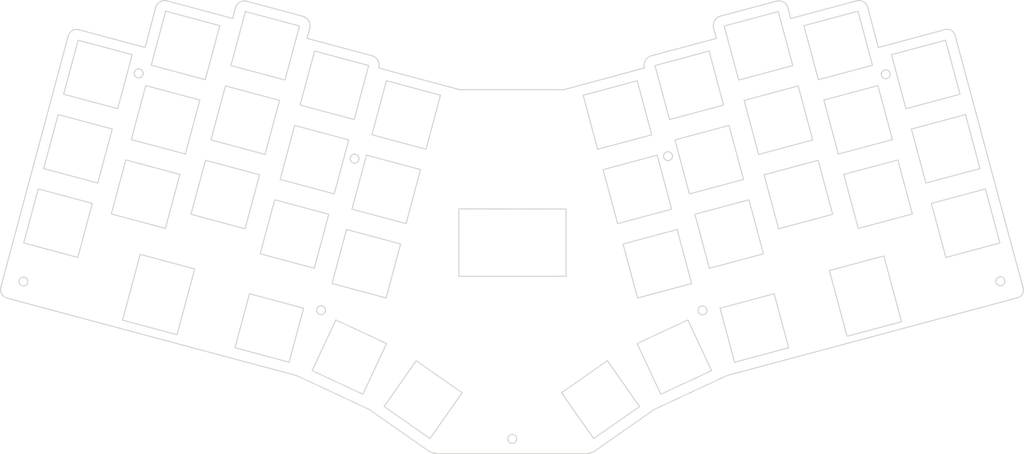
<source format=kicad_pcb>
(kicad_pcb (version 20171130) (host pcbnew "(5.1.10)-1")

  (general
    (thickness 1.6)
    (drawings 270)
    (tracks 0)
    (zones 0)
    (modules 0)
    (nets 1)
  )

  (page A4)
  (layers
    (0 F.Cu signal)
    (31 B.Cu signal)
    (32 B.Adhes user)
    (33 F.Adhes user)
    (34 B.Paste user)
    (35 F.Paste user)
    (36 B.SilkS user)
    (37 F.SilkS user)
    (38 B.Mask user)
    (39 F.Mask user)
    (40 Dwgs.User user)
    (41 Cmts.User user)
    (42 Eco1.User user)
    (43 Eco2.User user)
    (44 Edge.Cuts user)
    (45 Margin user)
    (46 B.CrtYd user)
    (47 F.CrtYd user)
    (48 B.Fab user)
    (49 F.Fab user)
  )

  (setup
    (last_trace_width 0.254)
    (trace_clearance 0.2)
    (zone_clearance 0.508)
    (zone_45_only no)
    (trace_min 0.2)
    (via_size 0.8)
    (via_drill 0.4)
    (via_min_size 0.4)
    (via_min_drill 0.3)
    (uvia_size 0.3)
    (uvia_drill 0.1)
    (uvias_allowed no)
    (uvia_min_size 0.2)
    (uvia_min_drill 0.1)
    (edge_width 0.05)
    (segment_width 0.2)
    (pcb_text_width 0.3)
    (pcb_text_size 1.5 1.5)
    (mod_edge_width 0.12)
    (mod_text_size 1 1)
    (mod_text_width 0.15)
    (pad_size 1.524 1.524)
    (pad_drill 0.762)
    (pad_to_mask_clearance 0)
    (aux_axis_origin 0 0)
    (visible_elements 7FFFFFFF)
    (pcbplotparams
      (layerselection 0x010fc_ffffffff)
      (usegerberextensions false)
      (usegerberattributes true)
      (usegerberadvancedattributes true)
      (creategerberjobfile true)
      (excludeedgelayer true)
      (linewidth 0.100000)
      (plotframeref false)
      (viasonmask false)
      (mode 1)
      (useauxorigin false)
      (hpglpennumber 1)
      (hpglpenspeed 20)
      (hpglpendiameter 15.000000)
      (psnegative false)
      (psa4output false)
      (plotreference true)
      (plotvalue true)
      (plotinvisibletext false)
      (padsonsilk false)
      (subtractmaskfromsilk false)
      (outputformat 1)
      (mirror false)
      (drillshape 0)
      (scaleselection 1)
      (outputdirectory "gerbers/"))
  )

  (net 0 "")

  (net_class Default "This is the default net class."
    (clearance 0.2)
    (trace_width 0.254)
    (via_dia 0.8)
    (via_drill 0.4)
    (uvia_dia 0.3)
    (uvia_drill 0.1)
  )

  (net_class Power ""
    (clearance 0.2)
    (trace_width 0.381)
    (via_dia 0.8)
    (via_drill 0.4)
    (uvia_dia 0.3)
    (uvia_drill 0.1)
  )

  (gr_line (start 260.580019 68.746635) (end 264.151259 82.076555) (layer Edge.Cuts) (width 0.25))
  (gr_line (start 202.28702 71.426335) (end 205.85826 84.756255) (layer Edge.Cuts) (width 0.25))
  (gr_line (start 234.07512 43.237415) (end 237.64636 56.567335) (layer Edge.Cuts) (width 0.25))
  (gr_line (start 50.25024 72.317875) (end 46.67646 85.645255) (layer Edge.Cuts) (width 0.25))
  (gr_line (start 33.34654 82.074015) (end 46.67646 85.645255) (layer Edge.Cuts) (width 0.25))
  (gr_line (start 109.34588 92.086695) (end 122.6758 95.657935) (layer Edge.Cuts) (width 0.25))
  (gr_line (start 250.82134 85.647795) (end 247.2501 72.317875) (layer Edge.Cuts) (width 0.25))
  (gr_line (start 209.58698 78.578975) (end 222.9169 75.007735) (layer Edge.Cuts) (width 0.25))
  (gr_line (start 219.34566 61.677815) (end 222.9169 75.007735) (layer Edge.Cuts) (width 0.25))
  (gr_line (start 91.4846 65.249055) (end 78.15468 61.675275) (layer Edge.Cuts) (width 0.25))
  (gr_line (start 50.0191 93.270335) (end 63.34648 96.841575) (layer Edge.Cuts) (width 0.25))
  (gr_line (start 192.52834 88.327495) (end 188.9571 74.997575) (layer Edge.Cuts) (width 0.25))
  (gr_line (start 224.31644 60.138575) (end 237.64636 56.567335) (layer Edge.Cuts) (width 0.25))
  (gr_line (start 219.34566 61.677815) (end 206.01574 65.251595) (layer Edge.Cuts) (width 0.25))
  (gr_line (start 224.31644 60.138575) (end 220.7452 46.808655) (layer Edge.Cuts) (width 0.25))
  (gr_line (start 255.66258 50.395135) (end 242.33266 53.966375) (layer Edge.Cuts) (width 0.25))
  (gr_line (start 245.9039 67.296295) (end 259.233819 63.725055) (layer Edge.Cuts) (width 0.25))
  (gr_line (start 50.25024 72.317875) (end 36.92032 68.744095) (layer Edge.Cuts) (width 0.25))
  (gr_line (start 202.28702 71.426335) (end 188.9571 74.997575) (layer Edge.Cuts) (width 0.25))
  (gr_line (start 238.99256 61.591455) (end 225.66264 65.162695) (layer Edge.Cuts) (width 0.25))
  (gr_line (start 250.82134 85.647795) (end 264.151259 82.076555) (layer Edge.Cuts) (width 0.25))
  (gr_line (start 50.0191 93.270335) (end 53.59034 79.940415) (layer Edge.Cuts) (width 0.25))
  (gr_line (start 54.93654 74.918835) (end 58.50778 61.588915) (layer Edge.Cuts) (width 0.25))
  (gr_line (start 126.24704 82.328015) (end 112.91712 78.756775) (layer Edge.Cuts) (width 0.25))
  (gr_line (start 229.23388 78.492615) (end 225.66264 65.162695) (layer Edge.Cuts) (width 0.25))
  (gr_line (start 45.3328 90.669375) (end 41.75902 103.999295) (layer Edge.Cuts) (width 0.25))
  (gr_line (start 174.822 95.660475) (end 188.15192 92.089235) (layer Edge.Cuts) (width 0.25))
  (gr_line (start 245.9039 67.296295) (end 242.33266 53.966375) (layer Edge.Cuts) (width 0.25))
  (gr_line (start 109.34588 92.086695) (end 112.91712 78.756775) (layer Edge.Cuts) (width 0.25))
  (gr_line (start 255.66258 50.395135) (end 259.233819 63.725055) (layer Edge.Cuts) (width 0.25))
  (gr_line (start 54.93654 74.918835) (end 68.26646 78.490075) (layer Edge.Cuts) (width 0.25))
  (gr_line (start 33.34654 82.074015) (end 36.92032 68.744095) (layer Edge.Cuts) (width 0.25))
  (gr_line (start 184.58068 78.759315) (end 188.15192 92.089235) (layer Edge.Cuts) (width 0.25))
  (gr_line (start 238.99256 61.591455) (end 242.5638 74.921375) (layer Edge.Cuts) (width 0.25))
  (gr_line (start 45.3328 90.669375) (end 32.00288 87.098135) (layer Edge.Cuts) (width 0.25))
  (gr_line (start 71.8377 65.160155) (end 58.50778 61.588915) (layer Edge.Cuts) (width 0.25))
  (gr_line (start 260.580019 68.746635) (end 247.2501 72.317875) (layer Edge.Cuts) (width 0.25))
  (gr_line (start 74.5809 75.005195) (end 78.15468 61.675275) (layer Edge.Cuts) (width 0.25))
  (gr_line (start 28.4291 100.428055) (end 41.75902 103.999295) (layer Edge.Cuts) (width 0.25))
  (gr_line (start 86.56716 83.600555) (end 73.23724 80.029315) (layer Edge.Cuts) (width 0.25))
  (gr_line (start 28.4291 100.428055) (end 32.00288 87.098135) (layer Edge.Cuts) (width 0.25))
  (gr_line (start 66.92026 83.511655) (end 53.59034 79.940415) (layer Edge.Cuts) (width 0.25))
  (gr_line (start 71.8377 65.160155) (end 68.26646 78.490075) (layer Edge.Cuts) (width 0.25))
  (gr_line (start 74.5809 75.005195) (end 87.91082 78.578975) (layer Edge.Cuts) (width 0.25))
  (gr_line (start 66.92026 83.511655) (end 63.34648 96.841575) (layer Edge.Cuts) (width 0.25))
  (gr_line (start 91.4846 65.249055) (end 87.91082 78.578975) (layer Edge.Cuts) (width 0.25))
  (gr_line (start 126.24704 82.328015) (end 122.6758 95.657935) (layer Edge.Cuts) (width 0.25))
  (gr_line (start 184.58068 78.759315) (end 171.25076 82.330555) (layer Edge.Cuts) (width 0.25))
  (gr_line (start 209.58698 78.578975) (end 206.01574 65.251595) (layer Edge.Cuts) (width 0.25))
  (gr_line (start 174.822 95.660475) (end 171.25076 82.330555) (layer Edge.Cuts) (width 0.25))
  (gr_line (start 229.23388 78.492615) (end 242.5638 74.921375) (layer Edge.Cuts) (width 0.25))
  (gr_line (start 192.52834 88.327495) (end 205.85826 84.756255) (layer Edge.Cuts) (width 0.25))
  (gr_line (start 91.63954 84.753715) (end 95.21332 71.423795) (layer Edge.Cuts) (width 0.25))
  (gr_line (start 192.13972 119.424715) (end 179.63276 125.256555) (layer Edge.Cuts) (width 0.25))
  (gr_line (start 185.46714 137.763515) (end 197.9741 131.931675) (layer Edge.Cuts) (width 0.25))
  (gr_line (start 197.36958 53.072295) (end 184.03966 56.646075) (layer Edge.Cuts) (width 0.25))
  (gr_line (start 108.54324 74.995035) (end 95.21332 71.423795) (layer Edge.Cuts) (width 0.25))
  (gr_line (start 99.52624 131.929135) (end 112.0332 137.760975) (layer Edge.Cuts) (width 0.25))
  (gr_line (start 91.63954 84.753715) (end 104.96946 88.324955) (layer Edge.Cuts) (width 0.25))
  (gr_line (start 117.86504 125.254015) (end 112.0332 137.760975) (layer Edge.Cuts) (width 0.25))
  (gr_line (start 113.46068 56.643535) (end 100.13076 53.069755) (layer Edge.Cuts) (width 0.25))
  (gr_line (start 187.6109 69.973455) (end 200.94082 66.402215) (layer Edge.Cuts) (width 0.25))
  (gr_line (start 121.3296 100.679515) (end 107.99968 97.108275) (layer Edge.Cuts) (width 0.25))
  (gr_line (start 172.31248 129.483115) (end 161.00694 137.400295) (layer Edge.Cuts) (width 0.25))
  (gr_line (start 197.36958 53.072295) (end 200.94082 66.402215) (layer Edge.Cuts) (width 0.25))
  (gr_line (start 69.663459 93.359235) (end 82.99338 96.930475) (layer Edge.Cuts) (width 0.25))
  (gr_line (start 234.15132 96.844115) (end 230.58008 83.514195) (layer Edge.Cuts) (width 0.25))
  (gr_line (start 243.91 79.942955) (end 247.48124 93.272875) (layer Edge.Cuts) (width 0.25))
  (gr_line (start 117.27322 140.786115) (end 128.57622 148.700755) (layer Edge.Cuts) (width 0.25))
  (gr_line (start 69.663459 93.359235) (end 73.23724 80.029315) (layer Edge.Cuts) (width 0.25))
  (gr_line (start 117.27322 140.786115) (end 125.18786 129.480575) (layer Edge.Cuts) (width 0.25))
  (gr_line (start 86.56716 83.600555) (end 82.99338 96.930475) (layer Edge.Cuts) (width 0.25))
  (gr_line (start 104.42844 110.438195) (end 117.75836 114.009435) (layer Edge.Cuts) (width 0.25))
  (gr_line (start 203.65862 129.861575) (end 200.08738 116.531655) (layer Edge.Cuts) (width 0.25))
  (gr_line (start 104.42844 110.438195) (end 107.99968 97.108275) (layer Edge.Cuts) (width 0.25))
  (gr_line (start 121.3296 100.679515) (end 117.75836 114.009435) (layer Edge.Cuts) (width 0.25))
  (gr_line (start 224.2631 80.031855) (end 227.83434 93.361775) (layer Edge.Cuts) (width 0.25))
  (gr_line (start 136.490859 137.397755) (end 125.18786 129.480575) (layer Edge.Cuts) (width 0.25))
  (gr_line (start 265.497459 87.100675) (end 252.16754 90.671915) (layer Edge.Cuts) (width 0.25))
  (gr_line (start 168.92158 148.703295) (end 180.22712 140.788655) (layer Edge.Cuts) (width 0.25))
  (gr_line (start 189.49812 97.110815) (end 176.1682 100.682055) (layer Edge.Cuts) (width 0.25))
  (gr_line (start 255.73878 104.001835) (end 252.16754 90.671915) (layer Edge.Cuts) (width 0.25))
  (gr_line (start 179.74198 114.011975) (end 193.06936 110.440735) (layer Edge.Cuts) (width 0.25))
  (gr_line (start 179.74198 114.011975) (end 176.1682 100.682055) (layer Edge.Cuts) (width 0.25))
  (gr_line (start 197.44578 106.678995) (end 193.87454 93.349075) (layer Edge.Cuts) (width 0.25))
  (gr_line (start 224.2631 80.031855) (end 210.93318 83.603095) (layer Edge.Cuts) (width 0.25))
  (gr_line (start 96.55698 66.399675) (end 109.8869 69.973455) (layer Edge.Cuts) (width 0.25))
  (gr_line (start 99.52624 131.929135) (end 105.35808 119.422175) (layer Edge.Cuts) (width 0.25))
  (gr_line (start 234.15132 96.844115) (end 247.48124 93.272875) (layer Edge.Cuts) (width 0.25))
  (gr_line (start 113.46068 56.643535) (end 109.8869 69.973455) (layer Edge.Cuts) (width 0.25))
  (gr_line (start 185.46714 137.763515) (end 179.63276 125.256555) (layer Edge.Cuts) (width 0.25))
  (gr_line (start 213.4173 112.960415) (end 216.98854 126.290335) (layer Edge.Cuts) (width 0.25))
  (gr_line (start 189.49812 97.110815) (end 193.06936 110.440735) (layer Edge.Cuts) (width 0.25))
  (gr_line (start 265.497459 87.100675) (end 269.0687 100.430595) (layer Edge.Cuts) (width 0.25))
  (gr_line (start 207.20446 89.777835) (end 193.87454 93.349075) (layer Edge.Cuts) (width 0.25))
  (gr_line (start 214.50442 96.933015) (end 227.83434 93.361775) (layer Edge.Cuts) (width 0.25))
  (gr_line (start 108.54324 74.995035) (end 104.96946 88.324955) (layer Edge.Cuts) (width 0.25))
  (gr_line (start 213.4173 112.960415) (end 200.08738 116.531655) (layer Edge.Cuts) (width 0.25))
  (gr_line (start 203.65862 129.861575) (end 216.98854 126.290335) (layer Edge.Cuts) (width 0.25))
  (gr_line (start 214.50442 96.933015) (end 210.93318 83.603095) (layer Edge.Cuts) (width 0.25))
  (gr_line (start 243.91 79.942955) (end 230.58008 83.514195) (layer Edge.Cuts) (width 0.25))
  (gr_line (start 103.6258 93.349075) (end 90.29588 89.775295) (layer Edge.Cuts) (width 0.25))
  (gr_line (start 197.44578 106.678995) (end 210.7757 103.107755) (layer Edge.Cuts) (width 0.25))
  (gr_line (start 207.20446 89.777835) (end 210.7757 103.107755) (layer Edge.Cuts) (width 0.25))
  (gr_line (start 255.73878 104.001835) (end 269.0687 100.430595) (layer Edge.Cuts) (width 0.25))
  (gr_line (start 187.6109 69.973455) (end 184.03966 56.646075) (layer Edge.Cuts) (width 0.25))
  (gr_line (start 192.13972 119.424715) (end 197.9741 131.931675) (layer Edge.Cuts) (width 0.25))
  (gr_line (start 97.41296 116.529115) (end 84.08304 112.957875) (layer Edge.Cuts) (width 0.25))
  (gr_line (start 97.41296 116.529115) (end 93.84172 129.859035) (layer Edge.Cuts) (width 0.25))
  (gr_line (start 80.5118 126.287795) (end 93.84172 129.859035) (layer Edge.Cuts) (width 0.25))
  (gr_line (start 80.5118 126.287795) (end 84.08304 112.957875) (layer Edge.Cuts) (width 0.25))
  (gr_line (start 136.490859 137.397755) (end 128.57622 148.700755) (layer Edge.Cuts) (width 0.25))
  (gr_line (start 168.92158 148.703295) (end 161.00694 137.400295) (layer Edge.Cuts) (width 0.25))
  (gr_line (start 172.31248 129.483115) (end 180.22712 140.788655) (layer Edge.Cuts) (width 0.25))
  (gr_line (start 96.55698 66.399675) (end 100.13076 53.069755) (layer Edge.Cuts) (width 0.25))
  (gr_line (start 117.86504 125.254015) (end 105.35808 119.422175) (layer Edge.Cuts) (width 0.25))
  (gr_line (start 103.6258 93.349075) (end 100.05202 106.676455) (layer Edge.Cuts) (width 0.25))
  (gr_line (start 52.79024 119.478055) (end 57.13872 103.249995) (layer Edge.Cuts) (width 0.25))
  (gr_line (start 70.56516 106.846634) (end 57.13872 103.249995) (layer Edge.Cuts) (width 0.25))
  (gr_line (start 66.21668 123.074695) (end 70.56516 106.846634) (layer Edge.Cuts) (width 0.25))
  (gr_line (start 231.38272 123.460775) (end 227.03424 107.232715) (layer Edge.Cuts) (width 0.25))
  (gr_line (start 244.80916 119.864135) (end 231.38272 123.460775) (layer Edge.Cuts) (width 0.25))
  (gr_line (start 244.80916 119.864135) (end 240.46068 103.636075) (layer Edge.Cuts) (width 0.25))
  (gr_line (start 162.12454 108.652575) (end 135.68568 108.665275) (layer Edge.Cuts) (width 0.25))
  (gr_line (start 135.68568 92.028275) (end 135.68568 108.665275) (layer Edge.Cuts) (width 0.25))
  (gr_line (start 86.7221 103.105215) (end 90.29588 89.775295) (layer Edge.Cuts) (width 0.25))
  (gr_line (start 66.21668 123.074695) (end 52.79024 119.478055) (layer Edge.Cuts) (width 0.25))
  (gr_line (start 162.12454 92.053675) (end 162.12454 108.652575) (layer Edge.Cuts) (width 0.25))
  (gr_line (start 240.46068 103.636075) (end 227.03424 107.232715) (layer Edge.Cuts) (width 0.25))
  (gr_line (start 135.68568 92.028275) (end 162.12454 92.053675) (layer Edge.Cuts) (width 0.25))
  (gr_line (start 86.7221 103.105215) (end 100.05202 106.676455) (layer Edge.Cuts) (width 0.25))
  (gr_curve (pts (xy 97.166184 44.468403) (xy 97.805999 44.639815) (xy 98.350705 45.059959) (xy 98.678989 45.635264)) (layer Edge.Cuts) (width 0.25))
  (gr_line (start 98.91395 47.531297) (end 98.24354 49.935395) (layer Edge.Cuts) (width 0.25))
  (gr_line (start 98.24354 49.935395) (end 114.229457 54.218164) (layer Edge.Cuts) (width 0.25))
  (gr_line (start 79.9403 45.030655) (end 80.611147 42.419831) (layer Edge.Cuts) (width 0.25))
  (gr_curve (pts (xy 114.229457 54.218164) (xy 114.865805 54.388648) (xy 115.406766 54.808059) (xy 115.730414 55.381867)) (layer Edge.Cuts) (width 0.25))
  (gr_curve (pts (xy 98.678989 45.635264) (xy 99.007273 46.21057) (xy 99.091874 46.893261) (xy 98.91395 47.531297)) (layer Edge.Cuts) (width 0.25))
  (gr_line (start 63.721204 40.684814) (end 79.9403 45.030655) (layer Edge.Cuts) (width 0.25))
  (gr_curve (pts (xy 115.730414 55.381867) (xy 116.054061 55.955676) (xy 116.133159 56.635593) (xy 115.94988 57.268375)) (layer Edge.Cuts) (width 0.25))
  (gr_line (start 115.94988 57.268375) (end 135.817763 62.589675) (layer Edge.Cuts) (width 0.25))
  (gr_curve (pts (xy 81.670145 41.017407) (xy 82.196209 40.710051) (xy 82.823338 40.625827) (xy 83.411855 40.783496)) (layer Edge.Cuts) (width 0.25))
  (gr_line (start 83.411855 40.783496) (end 97.166184 44.468403) (layer Edge.Cuts) (width 0.25))
  (gr_line (start 216.823059 42.432479) (end 217.501625 45.033195) (layer Edge.Cuts) (width 0.25))
  (gr_curve (pts (xy 239.900005 58.390016) (xy 239.729859 58.800785) (xy 239.823908 59.273601) (xy 240.138297 59.58799)) (layer Edge.Cuts) (width 0.25))
  (gr_curve (pts (xy 233.779174 40.671692) (xy 234.341257 40.521085) (xy 234.940176 40.600531) (xy 235.443555 40.892471)) (layer Edge.Cuts) (width 0.25))
  (gr_line (start 200.229087 44.432687) (end 213.944271 40.757761) (layer Edge.Cuts) (width 0.25))
  (gr_curve (pts (xy 198.730241 45.590367) (xy 199.054966 45.019587) (xy 199.594776 44.602648) (xy 200.229087 44.432687)) (layer Edge.Cuts) (width 0.25))
  (gr_curve (pts (xy 181.461563 57.225193) (xy 181.285889 56.60296) (xy 181.366869 55.93628) (xy 181.686399 55.374198)) (layer Edge.Cuts) (width 0.25))
  (gr_line (start 240.915599 57.711418) (end 240.915599 57.711418) (layer Edge.Cuts) (width 0.25))
  (gr_line (start 195.765829 115.97137) (end 195.765829 115.97137) (layer Edge.Cuts) (width 0.25))
  (gr_curve (pts (xy 240.138297 59.58799) (xy 240.452686 59.90238) (xy 240.925502 59.996429) (xy 241.336272 59.826282)) (layer Edge.Cuts) (width 0.25))
  (gr_line (start 135.817763 62.589675) (end 161.616543 62.594755) (layer Edge.Cuts) (width 0.25))
  (gr_curve (pts (xy 80.611147 42.419831) (xy 80.762773 41.829728) (xy 81.144081 41.324764) (xy 81.670145 41.017407)) (layer Edge.Cuts) (width 0.25))
  (gr_line (start 113.58768 141.509914) (end 95.66798 133.153314) (layer Edge.Cuts) (width 0.25))
  (gr_line (start 201.771405 133.155958) (end 183.854243 141.512558) (layer Edge.Cuts) (width 0.25))
  (gr_line (start 269.18554 108.781394) (end 269.18554 108.781394) (layer Edge.Cuts) (width 0.25))
  (gr_line (start 183.161887 54.234168) (end 199.195843 49.937935) (layer Edge.Cuts) (width 0.25))
  (gr_curve (pts (xy 241.692901 58.033387) (xy 241.486748 57.827233) (xy 241.207144 57.711418) (xy 240.915599 57.711418)) (layer Edge.Cuts) (width 0.25))
  (gr_line (start 22.778641 111.36213) (end 25.08646 102.754698) (layer Edge.Cuts) (width 0.25))
  (gr_curve (pts (xy 22.997365 113.024704) (xy 22.706834 112.521457) (xy 22.628155 111.923396) (xy 22.778641 111.36213)) (layer Edge.Cuts) (width 0.25))
  (gr_curve (pts (xy 169.469318 151.584813) (xy 168.674712 152.141193) (xy 167.728154 152.439602) (xy 166.758125 152.439536)) (layer Edge.Cuts) (width 0.25))
  (gr_curve (pts (xy 215.732123 40.996131) (xy 216.272546 41.310519) (xy 216.665215 41.827515) (xy 216.823059 42.432479)) (layer Edge.Cuts) (width 0.25))
  (gr_curve (pts (xy 149.935036 148.780765) (xy 149.935036 148.48922) (xy 149.819221 148.209617) (xy 149.613067 148.003463)) (layer Edge.Cuts) (width 0.25))
  (gr_curve (pts (xy 242.01487 58.810689) (xy 242.01487 58.519144) (xy 241.899054 58.23954) (xy 241.692901 58.033387)) (layer Edge.Cuts) (width 0.25))
  (gr_curve (pts (xy 269.962842 109.103363) (xy 269.756689 108.89721) (xy 269.477084 108.781394) (xy 269.18554 108.781394)) (layer Edge.Cuts) (width 0.25))
  (gr_line (start 58.35284 52.185835) (end 60.964758 42.283442) (layer Edge.Cuts) (width 0.25))
  (gr_line (start 42.033688 47.81379) (end 58.35284 52.185835) (layer Edge.Cuts) (width 0.25))
  (gr_curve (pts (xy 62.01098 40.911673) (xy 62.528223 40.611693) (xy 63.14364 40.530059) (xy 63.721204 40.684814)) (layer Edge.Cuts) (width 0.25))
  (gr_curve (pts (xy 60.964758 42.283442) (xy 61.117258 41.705279) (xy 61.493736 41.211654) (xy 62.01098 40.911673)) (layer Edge.Cuts) (width 0.25))
  (gr_curve (pts (xy 149.256438 149.796359) (xy 149.667208 149.626213) (xy 149.935036 149.225379) (xy 149.935036 148.780765)) (layer Edge.Cuts) (width 0.25))
  (gr_line (start 36.356437 60.664355) (end 39.392182 49.338776) (layer Edge.Cuts) (width 0.25))
  (gr_curve (pts (xy 273.455026 113.951508) (xy 264.249735 116.417599) (xy 223.359741 127.372329) (xy 201.771405 133.155958)) (layer Edge.Cuts) (width 0.25))
  (gr_line (start 199.195843 49.937935) (end 198.500937 47.470309) (layer Edge.Cuts) (width 0.25))
  (gr_line (start 25.08646 102.754698) (end 36.356437 60.664355) (layer Edge.Cuts) (width 0.25))
  (gr_line (start 258.015661 49.213035) (end 261.438539 61.914035) (layer Edge.Cuts) (width 0.25))
  (gr_line (start 217.501625 45.033195) (end 233.779174 40.671692) (layer Edge.Cuts) (width 0.25))
  (gr_curve (pts (xy 181.686399 55.374198) (xy 182.005929 54.812116) (xy 182.53736 54.401507) (xy 183.161887 54.234168)) (layer Edge.Cuts) (width 0.25))
  (gr_curve (pts (xy 268.408237 110.657967) (xy 268.722626 110.972356) (xy 269.195443 111.066405) (xy 269.606213 110.896259)) (layer Edge.Cuts) (width 0.25))
  (gr_line (start 183.854243 141.512558) (end 169.469318 151.584813) (layer Edge.Cuts) (width 0.25))
  (gr_line (start 239.089077 52.188375) (end 255.533279 47.782219) (layer Edge.Cuts) (width 0.25))
  (gr_curve (pts (xy 198.500937 47.470309) (xy 198.322931 46.838209) (xy 198.405515 46.161147) (xy 198.730241 45.590367)) (layer Edge.Cuts) (width 0.25))
  (gr_curve (pts (xy 39.392182 49.338776) (xy 39.700565 48.18828) (xy 40.883154 47.505551) (xy 42.033688 47.81379)) (layer Edge.Cuts) (width 0.25))
  (gr_line (start 261.438539 61.914035) (end 272.09384 101.601538) (layer Edge.Cuts) (width 0.25))
  (gr_curve (pts (xy 269.18554 108.781394) (xy 268.740926 108.781394) (xy 268.340092 109.049223) (xy 268.169945 109.459992)) (layer Edge.Cuts) (width 0.25))
  (gr_line (start 95.66798 133.153314) (end 24.327775 114.045488) (layer Edge.Cuts) (width 0.25))
  (gr_line (start 127.970133 151.582078) (end 113.58768 141.509914) (layer Edge.Cuts) (width 0.25))
  (gr_curve (pts (xy 24.327775 114.045488) (xy 23.76647 113.895147) (xy 23.287895 113.527951) (xy 22.997365 113.024704)) (layer Edge.Cuts) (width 0.25))
  (gr_curve (pts (xy 241.336272 59.826282) (xy 241.747041 59.656136) (xy 242.01487 59.255302) (xy 242.01487 58.810689)) (layer Edge.Cuts) (width 0.25))
  (gr_line (start 166.758125 152.439536) (end 130.68126 152.437095) (layer Edge.Cuts) (width 0.25))
  (gr_curve (pts (xy 130.68126 152.437095) (xy 129.711227 152.43703) (xy 128.7647 152.13852) (xy 127.970133 151.582078)) (layer Edge.Cuts) (width 0.25))
  (gr_curve (pts (xy 235.443555 40.892471) (xy 235.946934 41.184409) (xy 236.31332 41.664804) (xy 236.461732 42.227469)) (layer Edge.Cuts) (width 0.25))
  (gr_curve (pts (xy 268.169945 109.459992) (xy 267.9998 109.870762) (xy 268.093849 110.343578) (xy 268.408237 110.657967)) (layer Edge.Cuts) (width 0.25))
  (gr_line (start 272.09384 101.601538) (end 274.814358 111.578891) (layer Edge.Cuts) (width 0.25))
  (gr_curve (pts (xy 213.944271 40.757761) (xy 214.548185 40.595945) (xy 215.191701 40.681743) (xy 215.732123 40.996131)) (layer Edge.Cuts) (width 0.25))
  (gr_line (start 181.461563 57.225195) (end 181.461563 57.225193) (layer Edge.Cuts) (width 0.25))
  (gr_line (start 161.616543 62.594755) (end 181.461563 57.225195) (layer Edge.Cuts) (width 0.25))
  (gr_curve (pts (xy 149.613067 148.003463) (xy 149.406914 147.79731) (xy 149.12731 147.681494) (xy 148.835765 147.681494)) (layer Edge.Cuts) (width 0.25))
  (gr_line (start 148.835765 147.681494) (end 148.835765 147.681494) (layer Edge.Cuts) (width 0.25))
  (gr_curve (pts (xy 148.058464 149.558067) (xy 148.372853 149.872456) (xy 148.845669 149.966505) (xy 149.256438 149.796359)) (layer Edge.Cuts) (width 0.25))
  (gr_curve (pts (xy 148.835765 147.681494) (xy 148.391152 147.681494) (xy 147.990318 147.949323) (xy 147.820172 148.360092)) (layer Edge.Cuts) (width 0.25))
  (gr_curve (pts (xy 274.814358 111.578891) (xy 275.096222 112.612628) (xy 274.487612 113.674874) (xy 273.455026 113.951508)) (layer Edge.Cuts) (width 0.25))
  (gr_curve (pts (xy 255.533279 47.782219) (xy 256.613765 47.492702) (xy 257.724587 48.132967) (xy 258.015661 49.213035)) (layer Edge.Cuts) (width 0.25))
  (gr_curve (pts (xy 269.606213 110.896259) (xy 270.016981 110.726113) (xy 270.28481 110.325279) (xy 270.28481 109.880665)) (layer Edge.Cuts) (width 0.25))
  (gr_curve (pts (xy 270.28481 109.880665) (xy 270.28481 109.58912) (xy 270.168995 109.309517) (xy 269.962842 109.103363)) (layer Edge.Cuts) (width 0.25))
  (gr_line (start 236.461732 42.227469) (end 239.089077 52.188375) (layer Edge.Cuts) (width 0.25))
  (gr_curve (pts (xy 147.820172 148.360092) (xy 147.650025 148.770862) (xy 147.744074 149.243678) (xy 148.058464 149.558067)) (layer Edge.Cuts) (width 0.25))
  (gr_curve (pts (xy 188.344926 79.010775) (xy 188.344926 78.403665) (xy 187.852766 77.911504) (xy 187.245656 77.911504)) (layer Edge.Cuts) (width 0.25))
  (gr_curve (pts (xy 28.345788 111.03988) (xy 28.952899 111.03988) (xy 29.445059 110.54772) (xy 29.445059 109.940609)) (layer Edge.Cuts) (width 0.25))
  (gr_curve (pts (xy 55.988292 59.367975) (xy 56.302681 59.682364) (xy 56.775497 59.776413) (xy 57.186267 59.606267)) (layer Edge.Cuts) (width 0.25))
  (gr_curve (pts (xy 56.765594 57.491402) (xy 56.32098 57.491402) (xy 55.920146 57.75923) (xy 55.75 58.17)) (layer Edge.Cuts) (width 0.25))
  (gr_line (start 79.50088 56.653695) (end 83.07212 43.323775) (layer Edge.Cuts) (width 0.25))
  (gr_line (start 96.40204 46.895015) (end 92.82826 60.224935) (layer Edge.Cuts) (width 0.25))
  (gr_curve (pts (xy 110.763003 78.843327) (xy 110.55685 78.637174) (xy 110.277246 78.521358) (xy 109.985701 78.521358)) (layer Edge.Cuts) (width 0.25))
  (gr_line (start 169.90456 77.306435) (end 183.23448 73.735195) (layer Edge.Cuts) (width 0.25))
  (gr_line (start 214.42822 43.326315) (end 217.99946 56.656235) (layer Edge.Cuts) (width 0.25))
  (gr_line (start 234.07512 43.237415) (end 220.7452 46.808655) (layer Edge.Cuts) (width 0.25))
  (gr_curve (pts (xy 240.915599 57.711418) (xy 240.470986 57.711418) (xy 240.070151 57.979246) (xy 239.900005 58.390016)) (layer Edge.Cuts) (width 0.25))
  (gr_line (start 187.245656 77.911504) (end 187.245656 77.911504) (layer Edge.Cuts) (width 0.25))
  (gr_curve (pts (xy 29.445059 109.940609) (xy 29.445059 109.649064) (xy 29.329243 109.369461) (xy 29.12309 109.163307)) (layer Edge.Cuts) (width 0.25))
  (gr_curve (pts (xy 196.8651 117.070641) (xy 196.8651 116.46353) (xy 196.37294 115.97137) (xy 195.765829 115.97137)) (layer Edge.Cuts) (width 0.25))
  (gr_curve (pts (xy 196.186502 118.086234) (xy 196.597271 117.916088) (xy 196.8651 117.515254) (xy 196.8651 117.070641)) (layer Edge.Cuts) (width 0.25))
  (gr_curve (pts (xy 111.084972 79.620629) (xy 111.084972 79.329084) (xy 110.969156 79.049481) (xy 110.763003 78.843327)) (layer Edge.Cuts) (width 0.25))
  (gr_curve (pts (xy 110.406374 80.636223) (xy 110.817143 80.466077) (xy 111.084972 80.065243) (xy 111.084972 79.620629)) (layer Edge.Cuts) (width 0.25))
  (gr_curve (pts (xy 194.988527 117.847942) (xy 195.302916 118.162332) (xy 195.775732 118.256381) (xy 196.186502 118.086234)) (layer Edge.Cuts) (width 0.25))
  (gr_curve (pts (xy 194.750235 116.649968) (xy 194.580089 117.060737) (xy 194.674138 117.533553) (xy 194.988527 117.847942)) (layer Edge.Cuts) (width 0.25))
  (gr_line (start 101.725621 115.921334) (end 101.725621 115.921334) (layer Edge.Cuts) (width 0.25))
  (gr_curve (pts (xy 187.666328 80.026369) (xy 188.077098 79.856223) (xy 188.344926 79.455389) (xy 188.344926 79.010775)) (layer Edge.Cuts) (width 0.25))
  (gr_curve (pts (xy 57.864865 58.590673) (xy 57.864865 58.299128) (xy 57.749049 58.019525) (xy 57.542896 57.81337)) (layer Edge.Cuts) (width 0.25))
  (gr_curve (pts (xy 186.468354 79.788077) (xy 186.782743 80.102466) (xy 187.255559 80.196515) (xy 187.666328 80.026369)) (layer Edge.Cuts) (width 0.25))
  (gr_curve (pts (xy 102.824892 117.020605) (xy 102.824892 116.72906) (xy 102.709076 116.449457) (xy 102.502923 116.243303)) (layer Edge.Cuts) (width 0.25))
  (gr_curve (pts (xy 27.246517 109.940609) (xy 27.246517 110.54772) (xy 27.738677 111.03988) (xy 28.345788 111.03988)) (layer Edge.Cuts) (width 0.25))
  (gr_line (start 96.40204 46.895015) (end 83.07212 43.323775) (layer Edge.Cuts) (width 0.25))
  (gr_curve (pts (xy 186.230062 78.590102) (xy 186.059916 79.000872) (xy 186.153964 79.473688) (xy 186.468354 79.788077)) (layer Edge.Cuts) (width 0.25))
  (gr_curve (pts (xy 29.12309 109.163307) (xy 28.916937 108.957154) (xy 28.637333 108.841338) (xy 28.345788 108.841338)) (layer Edge.Cuts) (width 0.25))
  (gr_curve (pts (xy 108.970107 79.199956) (xy 108.799961 79.610726) (xy 108.89401 80.083542) (xy 109.208399 80.397931)) (layer Edge.Cuts) (width 0.25))
  (gr_line (start 179.66324 60.405275) (end 166.33332 63.976515) (layer Edge.Cuts) (width 0.25))
  (gr_line (start 114.26332 73.732655) (end 127.59324 77.303895) (layer Edge.Cuts) (width 0.25))
  (gr_curve (pts (xy 102.146294 118.036199) (xy 102.557063 117.866053) (xy 102.824892 117.465219) (xy 102.824892 117.020605)) (layer Edge.Cuts) (width 0.25))
  (gr_line (start 114.26332 73.732655) (end 117.83456 60.402735) (layer Edge.Cuts) (width 0.25))
  (gr_curve (pts (xy 100.948319 117.797907) (xy 101.262708 118.112296) (xy 101.735524 118.206345) (xy 102.146294 118.036199)) (layer Edge.Cuts) (width 0.25))
  (gr_curve (pts (xy 100.710027 116.599932) (xy 100.539881 117.010702) (xy 100.63393 117.483518) (xy 100.948319 117.797907)) (layer Edge.Cuts) (width 0.25))
  (gr_line (start 56.765594 57.491402) (end 56.765594 57.491402) (layer Edge.Cuts) (width 0.25))
  (gr_curve (pts (xy 28.345788 108.841338) (xy 27.738677 108.841338) (xy 27.246517 109.333499) (xy 27.246517 109.940609)) (layer Edge.Cuts) (width 0.25))
  (gr_line (start 109.985701 78.521358) (end 109.985701 78.521358) (layer Edge.Cuts) (width 0.25))
  (gr_line (start 214.42822 43.326315) (end 201.0983 46.897555) (layer Edge.Cuts) (width 0.25))
  (gr_line (start 59.85398 56.564795) (end 63.42522 43.234875) (layer Edge.Cuts) (width 0.25))
  (gr_line (start 55.16768 53.963835) (end 41.83776 50.392595) (layer Edge.Cuts) (width 0.25))
  (gr_line (start 38.26398 63.722515) (end 41.83776 50.392595) (layer Edge.Cuts) (width 0.25))
  (gr_line (start 179.66324 60.405275) (end 183.23448 73.735195) (layer Edge.Cuts) (width 0.25))
  (gr_line (start 76.75514 46.808655) (end 63.42522 43.234875) (layer Edge.Cuts) (width 0.25))
  (gr_line (start 59.85398 56.564795) (end 73.1839 60.138575) (layer Edge.Cuts) (width 0.25))
  (gr_line (start 131.164479 63.973975) (end 127.59324 77.303895) (layer Edge.Cuts) (width 0.25))
  (gr_curve (pts (xy 57.186267 59.606267) (xy 57.597036 59.436121) (xy 57.864865 59.035287) (xy 57.864865 58.590673)) (layer Edge.Cuts) (width 0.25))
  (gr_curve (pts (xy 109.985701 78.521358) (xy 109.541087 78.521358) (xy 109.140253 78.789187) (xy 108.970107 79.199956)) (layer Edge.Cuts) (width 0.25))
  (gr_line (start 38.26398 63.722515) (end 51.5939 67.293755) (layer Edge.Cuts) (width 0.25))
  (gr_line (start 169.90456 77.306435) (end 166.33332 63.976515) (layer Edge.Cuts) (width 0.25))
  (gr_line (start 55.16768 53.963835) (end 51.5939 67.293755) (layer Edge.Cuts) (width 0.25))
  (gr_line (start 79.50088 56.653695) (end 92.82826 60.224935) (layer Edge.Cuts) (width 0.25))
  (gr_line (start 131.164479 63.973975) (end 117.83456 60.402735) (layer Edge.Cuts) (width 0.25))
  (gr_line (start 204.66954 60.227475) (end 217.99946 56.656235) (layer Edge.Cuts) (width 0.25))
  (gr_curve (pts (xy 109.208399 80.397931) (xy 109.522788 80.71232) (xy 109.995604 80.806369) (xy 110.406374 80.636223)) (layer Edge.Cuts) (width 0.25))
  (gr_curve (pts (xy 195.765829 115.97137) (xy 195.321216 115.97137) (xy 194.920381 116.239198) (xy 194.750235 116.649968)) (layer Edge.Cuts) (width 0.25))
  (gr_curve (pts (xy 102.502923 116.243303) (xy 102.29677 116.03715) (xy 102.017166 115.921334) (xy 101.725621 115.921334)) (layer Edge.Cuts) (width 0.25))
  (gr_line (start 204.66954 60.227475) (end 201.0983 46.897555) (layer Edge.Cuts) (width 0.25))
  (gr_curve (pts (xy 187.245656 77.911504) (xy 186.801042 77.911504) (xy 186.400208 78.179333) (xy 186.230062 78.590102)) (layer Edge.Cuts) (width 0.25))
  (gr_curve (pts (xy 57.542896 57.81337) (xy 57.336743 57.607218) (xy 57.057139 57.491402) (xy 56.765594 57.491402)) (layer Edge.Cuts) (width 0.25))
  (gr_line (start 76.75514 46.808655) (end 73.1839 60.138575) (layer Edge.Cuts) (width 0.25))
  (gr_line (start 28.345788 108.841338) (end 28.345788 108.841338) (layer Edge.Cuts) (width 0.25))
  (gr_curve (pts (xy 101.725621 115.921334) (xy 101.281007 115.921334) (xy 100.880173 116.189163) (xy 100.710027 116.599932)) (layer Edge.Cuts) (width 0.25))
  (gr_curve (pts (xy 55.75 58.17) (xy 55.579854 58.58077) (xy 55.673903 59.053586) (xy 55.988292 59.367975)) (layer Edge.Cuts) (width 0.25))

)

</source>
